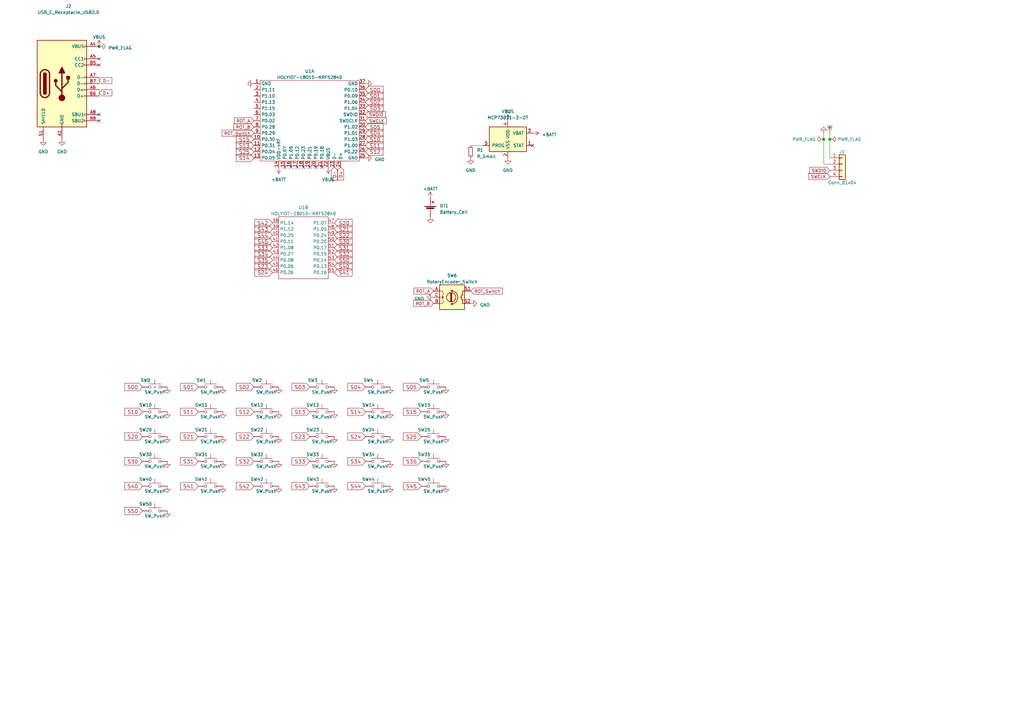
<source format=kicad_sch>
(kicad_sch (version 20210126) (generator eeschema)
  (paper "A3")
  (title_block (date "29 sep 2012"))
  (lib_symbols
    (symbol "Battery_Management:MCP73831-3-OT" (pin_names (offset 1.016))
      (property "Reference" "U" (at -7.62 6.35 0))
      (property "Value" "MCP73831-3-OT" (at 1.27 6.35 0))
      (symbol "MCP73831-3-OT_0_1"
        (rectangle (start -7.62 5.08) (end 7.62 -5.08) (stroke (width 0.254)) (fill (type background)))
      )
      (symbol "MCP73831-3-OT_1_1"
        (pin output line (at 10.16 -2.54 180) (length 2.54) (name "STAT") (number "1"))
        (pin power_in line (at 0 -7.62 90) (length 2.54) (name "VSS") (number "2"))
        (pin power_out line (at 10.16 2.54 180) (length 2.54) (name "VBAT") (number "3"))
        (pin power_in line (at 0 7.62 270) (length 2.54) (name "VDD") (number "4"))
        (pin input line (at -10.16 -2.54 0) (length 2.54) (name "PROG") (number "5"))
      )
    )
    (symbol "Connector:USB_C_Receptacle_USB2.0" (pin_names (offset 1.016))
      (property "Reference" "J" (at -10.16 19.05 0))
      (property "Value" "USB_C_Receptacle_USB2.0" (at 19.05 19.05 0))
      (symbol "USB_C_Receptacle_USB2.0_0_0"
        (rectangle (start -0.254 -17.78) (end 0.254 -16.764))
        (rectangle (start 10.16 -14.986) (end 9.144 -15.494))
        (rectangle (start 10.16 -12.446) (end 9.144 -12.954))
        (rectangle (start 10.16 -4.826) (end 9.144 -5.334))
        (rectangle (start 10.16 -2.286) (end 9.144 -2.794))
        (rectangle (start 10.16 0.254) (end 9.144 -0.254))
        (rectangle (start 10.16 2.794) (end 9.144 2.286))
        (rectangle (start 10.16 7.874) (end 9.144 7.366))
        (rectangle (start 10.16 10.414) (end 9.144 9.906))
        (rectangle (start 10.16 15.494) (end 9.144 14.986))
      )
      (symbol "USB_C_Receptacle_USB2.0_0_1"
        (arc (start -8.89 -3.81) (end -5.08 -3.81) (radius (at -6.985 -3.81) (length 1.905) (angles -179.9 -0.1)) (stroke (width 0.508)))
        (arc (start -7.62 -3.81) (end -6.35 -3.81) (radius (at -6.985 -3.81) (length 0.635) (angles -179.9 -0.1)) (stroke (width 0.254)))
        (arc (start -6.35 3.81) (end -7.62 3.81) (radius (at -6.985 3.81) (length 0.635) (angles 0.1 179.9)) (stroke (width 0.254)))
        (arc (start -5.08 3.81) (end -8.89 3.81) (radius (at -6.985 3.81) (length 1.905) (angles 0.1 179.9)) (stroke (width 0.508)))
        (arc (start -7.62 -3.81) (end -6.35 -3.81) (radius (at -6.985 -3.81) (length 0.635) (angles -179.9 -0.1)) (stroke (width 0.254)) (fill (type outline)))
        (arc (start -6.35 3.81) (end -7.62 3.81) (radius (at -6.985 3.81) (length 0.635) (angles 0.1 179.9)) (stroke (width 0.254)) (fill (type outline)))
        (circle (center -2.54 1.143) (radius 0.635) (stroke (width 0.254)) (fill (type outline)))
        (circle (center 0 -5.842) (radius 1.27) (fill (type outline)))
        (rectangle (start -7.62 -3.81) (end -6.35 3.81) (stroke (width 0.254)) (fill (type outline)))
        (rectangle (start 1.905 1.778) (end 3.175 3.048) (stroke (width 0.254)) (fill (type outline)))
        (rectangle (start -10.16 17.78) (end 10.16 -17.78) (stroke (width 0.254)) (fill (type background)))
        (polyline (pts (xy -8.89 -3.81) (xy -8.89 3.81)) (stroke (width 0.508)))
        (polyline (pts (xy -5.08 3.81) (xy -5.08 -3.81)) (stroke (width 0.508)))
        (polyline (pts (xy 0 -5.842) (xy 0 4.318)) (stroke (width 0.508)))
        (polyline (pts (xy 0 -3.302) (xy -2.54 -0.762) (xy -2.54 0.508)) (stroke (width 0.508)))
        (polyline (pts (xy 0 -2.032) (xy 2.54 0.508) (xy 2.54 1.778)) (stroke (width 0.508)))
        (polyline (pts (xy -1.27 4.318) (xy 0 6.858) (xy 1.27 4.318) (xy -1.27 4.318)) (stroke (width 0.254)) (fill (type outline)))
      )
      (symbol "USB_C_Receptacle_USB2.0_1_1"
        (pin passive line (at 0 -22.86 90) (length 5.08) (name "GND") (number "A1"))
        (pin passive line (at 0 -22.86 90) (length 5.08) hide (name "GND") (number "A12"))
        (pin passive line (at 15.24 15.24 180) (length 5.08) (name "VBUS") (number "A4"))
        (pin bidirectional line (at 15.24 10.16 180) (length 5.08) (name "CC1") (number "A5"))
        (pin bidirectional line (at 15.24 -2.54 180) (length 5.08) (name "D+") (number "A6"))
        (pin bidirectional line (at 15.24 2.54 180) (length 5.08) (name "D-") (number "A7"))
        (pin bidirectional line (at 15.24 -12.7 180) (length 5.08) (name "SBU1") (number "A8"))
        (pin passive line (at 15.24 15.24 180) (length 5.08) hide (name "VBUS") (number "A9"))
        (pin passive line (at 0 -22.86 90) (length 5.08) hide (name "GND") (number "B1"))
        (pin passive line (at 0 -22.86 90) (length 5.08) hide (name "GND") (number "B12"))
        (pin passive line (at 15.24 15.24 180) (length 5.08) hide (name "VBUS") (number "B4"))
        (pin bidirectional line (at 15.24 7.62 180) (length 5.08) (name "CC2") (number "B5"))
        (pin bidirectional line (at 15.24 -5.08 180) (length 5.08) (name "D+") (number "B6"))
        (pin bidirectional line (at 15.24 0 180) (length 5.08) (name "D-") (number "B7"))
        (pin bidirectional line (at 15.24 -15.24 180) (length 5.08) (name "SBU2") (number "B8"))
        (pin passive line (at 15.24 15.24 180) (length 5.08) hide (name "VBUS") (number "B9"))
        (pin passive line (at -7.62 -22.86 90) (length 5.08) (name "SHIELD") (number "S1"))
      )
    )
    (symbol "Connector_Generic:Conn_01x04" (pin_names (offset 1.016) hide)
      (property "Reference" "J" (at 0 5.08 0))
      (property "Value" "Conn_01x04" (at 0 -7.62 0))
      (symbol "Conn_01x04_1_1"
        (rectangle (start -1.27 -4.953) (end 0 -5.207) (stroke (width 0.1524)))
        (rectangle (start -1.27 -2.413) (end 0 -2.667) (stroke (width 0.1524)))
        (rectangle (start -1.27 0.127) (end 0 -0.127) (stroke (width 0.1524)))
        (rectangle (start -1.27 2.667) (end 0 2.413) (stroke (width 0.1524)))
        (rectangle (start -1.27 3.81) (end 1.27 -6.35) (stroke (width 0.254)) (fill (type background)))
        (pin passive line (at -5.08 2.54 0) (length 3.81) (name "Pin_1") (number "1"))
        (pin passive line (at -5.08 0 0) (length 3.81) (name "Pin_2") (number "2"))
        (pin passive line (at -5.08 -2.54 0) (length 3.81) (name "Pin_3") (number "3"))
        (pin passive line (at -5.08 -5.08 0) (length 3.81) (name "Pin_4") (number "4"))
      )
    )
    (symbol "Device:Battery_Cell" (pin_numbers hide) (pin_names (offset 0) hide)
      (property "Reference" "BT" (at 2.54 2.54 0))
      (property "Value" "Battery_Cell" (at 2.54 0 0))
      (symbol "Battery_Cell_0_1"
        (rectangle (start -2.286 1.778) (end 2.286 1.524) (fill (type outline)))
        (rectangle (start -1.5748 1.1938) (end 1.4732 0.6858) (fill (type outline)))
        (polyline (pts (xy 0 0.762) (xy 0 0)))
        (polyline (pts (xy 0 1.778) (xy 0 2.54)))
        (polyline (pts (xy 0.508 3.429) (xy 1.524 3.429)) (stroke (width 0.254)))
        (polyline (pts (xy 1.016 3.937) (xy 1.016 2.921)) (stroke (width 0.254)))
      )
      (symbol "Battery_Cell_1_1"
        (pin passive line (at 0 5.08 270) (length 2.54) (name "+") (number "1"))
        (pin passive line (at 0 -2.54 90) (length 2.54) (name "-") (number "2"))
      )
    )
    (symbol "Device:R_Small" (pin_numbers hide) (pin_names (offset 0.254) hide)
      (property "Reference" "R" (at 0.762 0.508 0))
      (property "Value" "R_Small" (at 0.762 -1.016 0))
      (symbol "R_Small_0_1"
        (rectangle (start -0.762 1.778) (end 0.762 -1.778) (stroke (width 0.2032)))
      )
      (symbol "R_Small_1_1"
        (pin passive line (at 0 2.54 270) (length 0.762) (name "~") (number "1"))
        (pin passive line (at 0 -2.54 90) (length 0.762) (name "~") (number "2"))
      )
    )
    (symbol "Device:RotaryEncoder_Switch" (pin_names (offset 0.254) hide)
      (property "Reference" "SW" (at 0 6.604 0))
      (property "Value" "RotaryEncoder_Switch" (at 0 -6.604 0))
      (symbol "RotaryEncoder_Switch_0_1"
        (arc (start -0.381 -2.794) (end -0.381 2.667) (radius (at -0.381 -0.0508) (length 2.7432) (angles -89.9 89.9)) (stroke (width 0.254)))
        (circle (center -0.381 0) (radius 1.905) (stroke (width 0.254)))
        (circle (center 4.318 -1.016) (radius 0.127) (stroke (width 0.254)))
        (circle (center 4.318 1.016) (radius 0.127) (stroke (width 0.254)))
        (circle (center -3.81 0) (radius 0.254) (fill (type outline)))
        (rectangle (start -5.08 5.08) (end 5.08 -5.08) (stroke (width 0.254)) (fill (type background)))
        (polyline (pts (xy -0.635 -1.778) (xy -0.635 1.778)) (stroke (width 0.254)))
        (polyline (pts (xy -0.381 -1.778) (xy -0.381 1.778)) (stroke (width 0.254)))
        (polyline (pts (xy -0.127 1.778) (xy -0.127 -1.778)) (stroke (width 0.254)))
        (polyline (pts (xy 3.81 0) (xy 3.429 0)) (stroke (width 0.254)))
        (polyline (pts (xy 3.81 1.016) (xy 3.81 -1.016)) (stroke (width 0.254)))
        (polyline (pts (xy -5.08 -2.54) (xy -3.81 -2.54) (xy -3.81 -2.032)))
        (polyline (pts (xy -5.08 2.54) (xy -3.81 2.54) (xy -3.81 2.032)))
        (polyline (pts (xy 0.254 -3.048) (xy -0.508 -2.794) (xy 0.127 -2.413)) (stroke (width 0.254)))
        (polyline (pts (xy 0.254 2.921) (xy -0.508 2.667) (xy 0.127 2.286)) (stroke (width 0.254)))
        (polyline (pts (xy 5.08 -2.54) (xy 4.318 -2.54) (xy 4.318 -1.016)) (stroke (width 0.254)))
        (polyline (pts (xy 5.08 2.54) (xy 4.318 2.54) (xy 4.318 1.016)) (stroke (width 0.254)))
        (polyline (pts (xy -5.08 0) (xy -3.81 0) (xy -3.81 -1.016) (xy -3.302 -2.032)))
        (polyline (pts (xy -4.318 0) (xy -3.81 0) (xy -3.81 1.016) (xy -3.302 2.032)))
      )
      (symbol "RotaryEncoder_Switch_1_1"
        (pin passive line (at -7.62 2.54 0) (length 2.54) (name "A") (number "A"))
        (pin passive line (at -7.62 -2.54 0) (length 2.54) (name "B") (number "B"))
        (pin passive line (at -7.62 0 0) (length 2.54) (name "C") (number "C"))
        (pin passive line (at 7.62 2.54 180) (length 2.54) (name "S1") (number "S1"))
        (pin passive line (at 7.62 -2.54 180) (length 2.54) (name "S2") (number "S2"))
      )
    )
    (symbol "Switch:SW_Push" (pin_numbers hide) (pin_names (offset 1.016) hide)
      (property "Reference" "SW" (at 1.27 2.54 0))
      (property "Value" "SW_Push" (at 0 -1.524 0))
      (symbol "SW_Push_0_1"
        (circle (center -2.032 0) (radius 0.508))
        (circle (center 2.032 0) (radius 0.508))
        (polyline (pts (xy 0 1.27) (xy 0 3.048)))
        (polyline (pts (xy 2.54 1.27) (xy -2.54 1.27)))
        (pin passive line (at -5.08 0 0) (length 2.54) (name "1") (number "1"))
        (pin passive line (at 5.08 0 180) (length 2.54) (name "2") (number "2"))
      )
    )
    (symbol "blackwing:HOLYIOT-18010-NRF52840_1"
      (property "Reference" "U" (at 0 0 0))
      (property "Value" "HOLYIOT-18010-NRF52840" (at 0 0 0))
      (symbol "HOLYIOT-18010-NRF52840_1_1_1"
        (rectangle (start -20.32 -2.54) (end 20.32 -35.56) (stroke (width 0.1524)))
        (pin power_in line (at -22.86 -3.81 0) (length 2.54) (name "GND") (number "1"))
        (pin bidirectional line (at -22.86 -26.67 0) (length 2.54) (name "P0.30") (number "10"))
        (pin bidirectional line (at -22.86 -29.21 0) (length 2.54) (name "P0.31") (number "11"))
        (pin bidirectional line (at -22.86 -31.75 0) (length 2.54) (name "P0.04") (number "12"))
        (pin bidirectional line (at -22.86 -34.29 0) (length 2.54) (name "P0.05") (number "13"))
        (pin power_in line (at -12.7 -38.1 90) (length 2.54) (name "VDD-nRF") (number "14"))
        (pin bidirectional line (at -10.16 -38.1 90) (length 2.54) (name "P0.07") (number "15"))
        (pin bidirectional line (at -7.62 -38.1 90) (length 2.54) (name "P1.09") (number "16"))
        (pin bidirectional line (at -5.08 -38.1 90) (length 2.54) (name "P0.12") (number "17"))
        (pin bidirectional line (at -2.54 -38.1 90) (length 2.54) (name "P0.23") (number "18"))
        (pin bidirectional line (at 0 -38.1 90) (length 2.54) (name "P0.21") (number "19"))
        (pin bidirectional line (at -22.86 -6.35 0) (length 2.54) (name "P1.11") (number "2"))
        (pin bidirectional line (at 2.54 -38.1 90) (length 2.54) (name "P0.19") (number "20"))
        (pin bidirectional line (at 5.08 -38.1 90) (length 2.54) (name "P0.18") (number "21"))
        (pin power_in line (at 7.62 -38.1 90) (length 2.54) (name "VBUS") (number "22"))
        (pin bidirectional line (at 10.16 -38.1 90) (length 2.54) (name "D-") (number "23"))
        (pin bidirectional line (at 12.7 -38.1 90) (length 2.54) (name "D+") (number "24"))
        (pin power_in line (at 22.86 -3.81 180) (length 2.54) (name "GND") (number "25"))
        (pin bidirectional line (at 22.86 -6.35 180) (length 2.54) (name "P0.22") (number "26"))
        (pin bidirectional line (at 22.86 -8.89 180) (length 2.54) (name "P1.00") (number "27"))
        (pin bidirectional line (at 22.86 -11.43 180) (length 2.54) (name "P1.03") (number "28"))
        (pin bidirectional line (at 22.86 -13.97 180) (length 2.54) (name "P1.01") (number "29"))
        (pin bidirectional line (at -22.86 -8.89 0) (length 2.54) (name "P1.10") (number "3"))
        (pin bidirectional line (at 22.86 -16.51 180) (length 2.54) (name "P1.02") (number "30"))
        (pin bidirectional line (at 22.86 -19.05 180) (length 2.54) (name "SWDCLK") (number "31"))
        (pin bidirectional line (at 22.86 -21.59 180) (length 2.54) (name "SWDIO") (number "32"))
        (pin bidirectional line (at 22.86 -24.13 180) (length 2.54) (name "P1.04") (number "33"))
        (pin bidirectional line (at 22.86 -26.67 180) (length 2.54) (name "P1.06") (number "34"))
        (pin bidirectional line (at 22.86 -29.21 180) (length 2.54) (name "P0.09") (number "35"))
        (pin bidirectional line (at 22.86 -31.75 180) (length 2.54) (name "P0.10") (number "36"))
        (pin power_in line (at 22.86 -34.29 180) (length 2.54) (name "GND") (number "37"))
        (pin bidirectional line (at -22.86 -11.43 0) (length 2.54) (name "P1.13") (number "4"))
        (pin bidirectional line (at -22.86 -13.97 0) (length 2.54) (name "P1.15") (number "5"))
        (pin bidirectional line (at -22.86 -16.51 0) (length 2.54) (name "P0.03") (number "6"))
        (pin bidirectional line (at -22.86 -19.05 0) (length 2.54) (name "P0.02") (number "7"))
        (pin bidirectional line (at -22.86 -21.59 0) (length 2.54) (name "P0.28") (number "8"))
        (pin bidirectional line (at -22.86 -24.13 0) (length 2.54) (name "P0.29") (number "9"))
      )
      (symbol "HOLYIOT-18010-NRF52840_1_2_1"
        (rectangle (start 10.16 -27.94) (end -10.16 -2.54) (stroke (width 0.1524)))
        (pin bidirectional line (at -12.7 -5.08 0) (length 2.54) (name "P1.14") (number "38"))
        (pin bidirectional line (at -12.7 -7.62 0) (length 2.54) (name "P1.12") (number "39"))
        (pin bidirectional line (at -12.7 -10.16 0) (length 2.54) (name "P0.25") (number "40"))
        (pin bidirectional line (at -12.7 -12.7 0) (length 2.54) (name "P0.11") (number "41"))
        (pin bidirectional line (at -12.7 -15.24 0) (length 2.54) (name "P1.08") (number "42"))
        (pin bidirectional line (at -12.7 -17.78 0) (length 2.54) (name "P0.27") (number "43"))
        (pin bidirectional line (at -12.7 -20.32 0) (length 2.54) (name "P0.08") (number "44"))
        (pin bidirectional line (at -12.7 -22.86 0) (length 2.54) (name "P0.06") (number "45"))
        (pin bidirectional line (at -12.7 -25.4 0) (length 2.54) (name "P0.26") (number "46"))
        (pin bidirectional line (at 12.7 -5.08 180) (length 2.54) (name "P1.07") (number "47"))
        (pin bidirectional line (at 12.7 -7.62 180) (length 2.54) (name "P1.05") (number "48"))
        (pin bidirectional line (at 12.7 -10.16 180) (length 2.54) (name "P0.24") (number "49"))
        (pin bidirectional line (at 12.7 -12.7 180) (length 2.54) (name "P0.20") (number "50"))
        (pin bidirectional line (at 12.7 -15.24 180) (length 2.54) (name "P0.17") (number "51"))
        (pin bidirectional line (at 12.7 -17.78 180) (length 2.54) (name "P0.15") (number "52"))
        (pin bidirectional line (at 12.7 -20.32 180) (length 2.54) (name "P0.14") (number "53"))
        (pin bidirectional line (at 12.7 -22.86 180) (length 2.54) (name "P0.13") (number "54"))
        (pin bidirectional line (at 12.7 -25.4 180) (length 2.54) (name "P0.16") (number "55"))
      )
    )
    (symbol "blackwing:HOLYIOT-18010-NRF52840_2"
      (property "Reference" "U1" (at 0 1.27 0))
      (property "Value" "HOLYIOT-18010-NRF52840" (at 0 -1.27 0))
      (symbol "HOLYIOT-18010-NRF52840_2_1_1"
        (rectangle (start -20.32 -2.54) (end 20.32 -35.56) (stroke (width 0.1524)))
        (pin power_in line (at -22.86 -3.81 0) (length 2.54) (name "GND") (number "1"))
        (pin bidirectional line (at -22.86 -26.67 0) (length 2.54) (name "P0.30") (number "10"))
        (pin bidirectional line (at -22.86 -29.21 0) (length 2.54) (name "P0.31") (number "11"))
        (pin bidirectional line (at -22.86 -31.75 0) (length 2.54) (name "P0.04") (number "12"))
        (pin bidirectional line (at -22.86 -34.29 0) (length 2.54) (name "P0.05") (number "13"))
        (pin power_in line (at -12.7 -38.1 90) (length 2.54) (name "VDD-nRF") (number "14"))
        (pin bidirectional line (at -10.16 -38.1 90) (length 2.54) (name "P0.07") (number "15"))
        (pin bidirectional line (at -7.62 -38.1 90) (length 2.54) (name "P1.09") (number "16"))
        (pin bidirectional line (at -5.08 -38.1 90) (length 2.54) (name "P0.12") (number "17"))
        (pin bidirectional line (at -2.54 -38.1 90) (length 2.54) (name "P0.23") (number "18"))
        (pin bidirectional line (at 0 -38.1 90) (length 2.54) (name "P0.21") (number "19"))
        (pin bidirectional line (at -22.86 -6.35 0) (length 2.54) (name "P1.11") (number "2"))
        (pin bidirectional line (at 2.54 -38.1 90) (length 2.54) (name "P0.19") (number "20"))
        (pin bidirectional line (at 5.08 -38.1 90) (length 2.54) (name "P0.18") (number "21"))
        (pin power_in line (at 7.62 -38.1 90) (length 2.54) (name "VBUS") (number "22"))
        (pin bidirectional line (at 10.16 -38.1 90) (length 2.54) (name "D-") (number "23"))
        (pin bidirectional line (at 12.7 -38.1 90) (length 2.54) (name "D+") (number "24"))
        (pin power_in line (at 22.86 -34.29 180) (length 2.54) (name "GND") (number "25"))
        (pin bidirectional line (at 22.86 -31.75 180) (length 2.54) (name "P0.22") (number "26"))
        (pin bidirectional line (at 22.86 -29.21 180) (length 2.54) (name "P1.00") (number "27"))
        (pin bidirectional line (at 22.86 -26.67 180) (length 2.54) (name "P1.03") (number "28"))
        (pin bidirectional line (at 22.86 -24.13 180) (length 2.54) (name "P1.01") (number "29"))
        (pin bidirectional line (at -22.86 -8.89 0) (length 2.54) (name "P1.10") (number "3"))
        (pin bidirectional line (at 22.86 -21.59 180) (length 2.54) (name "P1.02") (number "30"))
        (pin bidirectional line (at 22.86 -19.05 180) (length 2.54) (name "SWDCLK") (number "31"))
        (pin bidirectional line (at 22.86 -16.51 180) (length 2.54) (name "SWDIO") (number "32"))
        (pin bidirectional line (at 22.86 -13.97 180) (length 2.54) (name "P1.04") (number "33"))
        (pin bidirectional line (at 22.86 -11.43 180) (length 2.54) (name "P1.06") (number "34"))
        (pin bidirectional line (at 22.86 -8.89 180) (length 2.54) (name "P0.09") (number "35"))
        (pin bidirectional line (at 22.86 -6.35 180) (length 2.54) (name "P0.10") (number "36"))
        (pin power_in line (at 22.86 -3.81 180) (length 2.54) (name "GND") (number "37"))
        (pin bidirectional line (at -22.86 -11.43 0) (length 2.54) (name "P1.13") (number "4"))
        (pin bidirectional line (at -22.86 -13.97 0) (length 2.54) (name "P1.15") (number "5"))
        (pin bidirectional line (at -22.86 -16.51 0) (length 2.54) (name "P0.03") (number "6"))
        (pin bidirectional line (at -22.86 -19.05 0) (length 2.54) (name "P0.02") (number "7"))
        (pin bidirectional line (at -22.86 -21.59 0) (length 2.54) (name "P0.28") (number "8"))
        (pin bidirectional line (at -22.86 -24.13 0) (length 2.54) (name "P0.29") (number "9"))
      )
      (symbol "HOLYIOT-18010-NRF52840_2_2_1"
        (rectangle (start 10.16 -27.94) (end -10.16 -2.54) (stroke (width 0.1524)))
        (pin bidirectional line (at -12.7 -5.08 0) (length 2.54) (name "P1.14") (number "38"))
        (pin bidirectional line (at -12.7 -7.62 0) (length 2.54) (name "P1.12") (number "39"))
        (pin bidirectional line (at -12.7 -10.16 0) (length 2.54) (name "P0.25") (number "40"))
        (pin bidirectional line (at -12.7 -12.7 0) (length 2.54) (name "P0.11") (number "41"))
        (pin bidirectional line (at -12.7 -15.24 0) (length 2.54) (name "P1.08") (number "42"))
        (pin bidirectional line (at -12.7 -17.78 0) (length 2.54) (name "P0.27") (number "43"))
        (pin bidirectional line (at -12.7 -20.32 0) (length 2.54) (name "P0.08") (number "44"))
        (pin bidirectional line (at -12.7 -22.86 0) (length 2.54) (name "P0.06") (number "45"))
        (pin bidirectional line (at -12.7 -25.4 0) (length 2.54) (name "P0.26") (number "46"))
        (pin bidirectional line (at 12.7 -5.08 180) (length 2.54) (name "P1.07") (number "47"))
        (pin bidirectional line (at 12.7 -7.62 180) (length 2.54) (name "P1.05") (number "48"))
        (pin bidirectional line (at 12.7 -10.16 180) (length 2.54) (name "P0.24") (number "49"))
        (pin bidirectional line (at 12.7 -12.7 180) (length 2.54) (name "P0.20") (number "50"))
        (pin bidirectional line (at 12.7 -15.24 180) (length 2.54) (name "P0.17") (number "51"))
        (pin bidirectional line (at 12.7 -17.78 180) (length 2.54) (name "P0.15") (number "52"))
        (pin bidirectional line (at 12.7 -20.32 180) (length 2.54) (name "P0.14") (number "53"))
        (pin bidirectional line (at 12.7 -22.86 180) (length 2.54) (name "P0.13") (number "54"))
        (pin bidirectional line (at 12.7 -25.4 180) (length 2.54) (name "P0.16") (number "55"))
      )
    )
    (symbol "power:+BATT" (power) (pin_names (offset 0))
      (property "Value" "+BATT" (at 0 3.556 0))
      (symbol "+BATT_0_1"
        (polyline (pts (xy -0.762 1.27) (xy 0 2.54)))
        (polyline (pts (xy 0 0) (xy 0 2.54)))
        (polyline (pts (xy 0 2.54) (xy 0.762 1.27)))
      )
      (symbol "+BATT_1_1"
        (pin power_in line (at 0 0 90) (length 0) hide (name "+BATT") (number "1"))
      )
    )
    (symbol "power:GND" (power) (pin_names (offset 0))
      (property "Value" "GND" (at 0 -3.81 0))
      (symbol "GND_0_1"
        (polyline (pts (xy 0 0) (xy 0 -1.27) (xy 1.27 -1.27) (xy 0 -2.54) (xy -1.27 -1.27) (xy 0 -1.27)))
      )
      (symbol "GND_1_1"
        (pin power_in line (at 0 0 270) (length 0) hide (name "GND") (number "1"))
      )
    )
    (symbol "power:PWR_FLAG" (power) (pin_numbers hide) (pin_names (offset 0) hide)
      (property "Value" "PWR_FLAG" (at 0 3.81 0))
      (symbol "PWR_FLAG_0_0"
        (pin power_out line (at 0 0 90) (length 0) (name "pwr") (number "1"))
      )
      (symbol "PWR_FLAG_0_1"
        (polyline (pts (xy 0 0) (xy 0 1.27) (xy -1.016 1.905) (xy 0 2.54) (xy 1.016 1.905) (xy 0 1.27)))
      )
    )
    (symbol "power:VBUS" (power) (pin_names (offset 0))
      (property "Value" "VBUS" (at 0 3.81 0))
      (symbol "VBUS_0_1"
        (polyline (pts (xy -0.762 1.27) (xy 0 2.54)))
        (polyline (pts (xy 0 0) (xy 0 2.54)))
        (polyline (pts (xy 0 2.54) (xy 0.762 1.27)))
      )
      (symbol "VBUS_1_1"
        (pin power_in line (at 0 0 90) (length 0) hide (name "VBUS") (number "1"))
      )
    )
    (symbol "power:VCC" (power) (pin_names (offset 0))
      (property "Value" "VCC" (at 0 3.81 0))
      (symbol "VCC_0_1"
        (polyline (pts (xy -0.762 1.27) (xy 0 2.54)))
        (polyline (pts (xy 0 0) (xy 0 2.54)))
        (polyline (pts (xy 0 2.54) (xy 0.762 1.27)))
      )
      (symbol "VCC_1_1"
        (pin power_in line (at 0 0 90) (length 0) hide (name "VCC") (number "1"))
      )
    )
  )
  (junction (at 40.64 19.05) (diameter 1.016))
  (junction (at 337.82 57.15) (diameter 1.016))
  (junction (at 340.36 57.15) (diameter 1.016))
  (no_connect (at 40.64 24.13))
  (no_connect (at 40.64 26.67))
  (no_connect (at 40.64 46.99))
  (no_connect (at 40.64 49.53))
  (no_connect (at 116.84 68.58))
  (no_connect (at 119.38 68.58))
  (no_connect (at 121.92 68.58))
  (no_connect (at 124.46 68.58))
  (no_connect (at 127 68.58))
  (no_connect (at 129.54 68.58))
  (no_connect (at 132.08 68.58))
  (no_connect (at 218.44 59.69))
  (wire (pts (xy 40.64 31.75) (xy 40.64 34.29)))
  (wire (pts (xy 40.64 36.83) (xy 40.64 39.37)))
  (wire (pts (xy 193.04 59.69) (xy 198.12 59.69)))
  (wire (pts (xy 337.82 54.61) (xy 337.82 57.15)))
  (wire (pts (xy 337.82 57.15) (xy 337.82 67.31)))
  (wire (pts (xy 337.82 67.31) (xy 340.36 67.31)))
  (wire (pts (xy 340.36 54.61) (xy 340.36 57.15)))
  (wire (pts (xy 340.36 57.15) (xy 340.36 64.77)))
  (global_label "D-" (shape input) (at 40.64 33.02 0) (property "Intersheet References" "${INTERSHEET_REFS}" (effects hide)))
  (global_label "D+" (shape input) (at 40.64 38.1 0) (property "Intersheet References" "${INTERSHEET_REFS}" (effects hide)))
  (global_label "S00" (shape input) (at 58.42 158.75 180) (effects (font (size 1.524 1.524))) (property "Intersheet References" "${INTERSHEET_REFS}" (effects hide)))
  (global_label "S10" (shape input) (at 58.42 168.91 180) (effects (font (size 1.524 1.524))) (property "Intersheet References" "${INTERSHEET_REFS}" (effects hide)))
  (global_label "S20" (shape input) (at 58.42 179.07 180) (effects (font (size 1.524 1.524))) (property "Intersheet References" "${INTERSHEET_REFS}" (effects hide)))
  (global_label "S30" (shape input) (at 58.42 189.23 180) (effects (font (size 1.524 1.524))) (property "Intersheet References" "${INTERSHEET_REFS}" (effects hide)))
  (global_label "S40" (shape input) (at 58.42 199.39 180) (effects (font (size 1.524 1.524))) (property "Intersheet References" "${INTERSHEET_REFS}" (effects hide)))
  (global_label "S50" (shape input) (at 58.42 209.55 180) (effects (font (size 1.524 1.524))) (property "Intersheet References" "${INTERSHEET_REFS}" (effects hide)))
  (global_label "S01" (shape input) (at 81.28 158.75 180) (effects (font (size 1.524 1.524))) (property "Intersheet References" "${INTERSHEET_REFS}" (effects hide)))
  (global_label "S11" (shape input) (at 81.28 168.91 180) (effects (font (size 1.524 1.524))) (property "Intersheet References" "${INTERSHEET_REFS}" (effects hide)))
  (global_label "S21" (shape input) (at 81.28 179.07 180) (effects (font (size 1.524 1.524))) (property "Intersheet References" "${INTERSHEET_REFS}" (effects hide)))
  (global_label "S31" (shape input) (at 81.28 189.23 180) (effects (font (size 1.524 1.524))) (property "Intersheet References" "${INTERSHEET_REFS}" (effects hide)))
  (global_label "S41" (shape input) (at 81.28 199.39 180) (effects (font (size 1.524 1.524))) (property "Intersheet References" "${INTERSHEET_REFS}" (effects hide)))
  (global_label "ROT_A" (shape input) (at 104.14 49.53 180) (property "Intersheet References" "${INTERSHEET_REFS}" (effects hide)))
  (global_label "ROT_B" (shape input) (at 104.14 52.07 180) (property "Intersheet References" "${INTERSHEET_REFS}" (effects hide)))
  (global_label "ROT_Switch" (shape input) (at 104.14 54.61 180) (property "Intersheet References" "${INTERSHEET_REFS}" (effects hide)))
  (global_label "S15" (shape input) (at 104.14 57.15 180) (effects (font (size 1.524 1.524))) (property "Intersheet References" "${INTERSHEET_REFS}" (effects hide)))
  (global_label "S13" (shape input) (at 104.14 59.69 180) (effects (font (size 1.524 1.524))) (property "Intersheet References" "${INTERSHEET_REFS}" (effects hide)))
  (global_label "S25" (shape input) (at 104.14 62.23 180) (effects (font (size 1.524 1.524))) (property "Intersheet References" "${INTERSHEET_REFS}" (effects hide)))
  (global_label "S14" (shape input) (at 104.14 64.77 180) (effects (font (size 1.524 1.524))) (property "Intersheet References" "${INTERSHEET_REFS}" (effects hide)))
  (global_label "S02" (shape input) (at 104.14 158.75 180) (effects (font (size 1.524 1.524))) (property "Intersheet References" "${INTERSHEET_REFS}" (effects hide)))
  (global_label "S12" (shape input) (at 104.14 168.91 180) (effects (font (size 1.524 1.524))) (property "Intersheet References" "${INTERSHEET_REFS}" (effects hide)))
  (global_label "S22" (shape input) (at 104.14 179.07 180) (effects (font (size 1.524 1.524))) (property "Intersheet References" "${INTERSHEET_REFS}" (effects hide)))
  (global_label "S32" (shape input) (at 104.14 189.23 180) (effects (font (size 1.524 1.524))) (property "Intersheet References" "${INTERSHEET_REFS}" (effects hide)))
  (global_label "S42" (shape input) (at 104.14 199.39 180) (effects (font (size 1.524 1.524))) (property "Intersheet References" "${INTERSHEET_REFS}" (effects hide)))
  (global_label "S42" (shape input) (at 111.76 91.44 180) (effects (font (size 1.524 1.524))) (property "Intersheet References" "${INTERSHEET_REFS}" (effects hide)))
  (global_label "S43" (shape input) (at 111.76 93.98 180) (effects (font (size 1.524 1.524))) (property "Intersheet References" "${INTERSHEET_REFS}" (effects hide)))
  (global_label "S44" (shape input) (at 111.76 96.52 180) (effects (font (size 1.524 1.524))) (property "Intersheet References" "${INTERSHEET_REFS}" (effects hide)))
  (global_label "S45" (shape input) (at 111.76 99.06 180) (effects (font (size 1.524 1.524))) (property "Intersheet References" "${INTERSHEET_REFS}" (effects hide)))
  (global_label "S33" (shape input) (at 111.76 101.6 180) (effects (font (size 1.524 1.524))) (property "Intersheet References" "${INTERSHEET_REFS}" (effects hide)))
  (global_label "S34" (shape input) (at 111.76 104.14 180) (effects (font (size 1.524 1.524))) (property "Intersheet References" "${INTERSHEET_REFS}" (effects hide)))
  (global_label "S35" (shape input) (at 111.76 106.68 180) (effects (font (size 1.524 1.524))) (property "Intersheet References" "${INTERSHEET_REFS}" (effects hide)))
  (global_label "S23" (shape input) (at 111.76 109.22 180) (effects (font (size 1.524 1.524))) (property "Intersheet References" "${INTERSHEET_REFS}" (effects hide)))
  (global_label "S24" (shape input) (at 111.76 111.76 180) (effects (font (size 1.524 1.524))) (property "Intersheet References" "${INTERSHEET_REFS}" (effects hide)))
  (global_label "S03" (shape input) (at 127 158.75 180) (effects (font (size 1.524 1.524))) (property "Intersheet References" "${INTERSHEET_REFS}" (effects hide)))
  (global_label "S13" (shape input) (at 127 168.91 180) (effects (font (size 1.524 1.524))) (property "Intersheet References" "${INTERSHEET_REFS}" (effects hide)))
  (global_label "S23" (shape input) (at 127 179.07 180) (effects (font (size 1.524 1.524))) (property "Intersheet References" "${INTERSHEET_REFS}" (effects hide)))
  (global_label "S33" (shape input) (at 127 189.23 180) (effects (font (size 1.524 1.524))) (property "Intersheet References" "${INTERSHEET_REFS}" (effects hide)))
  (global_label "S43" (shape input) (at 127 199.39 180) (effects (font (size 1.524 1.524))) (property "Intersheet References" "${INTERSHEET_REFS}" (effects hide)))
  (global_label "D-" (shape input) (at 137.16 68.58 270) (property "Intersheet References" "${INTERSHEET_REFS}" (effects hide)))
  (global_label "S20" (shape input) (at 137.16 91.44 0) (effects (font (size 1.524 1.524))) (property "Intersheet References" "${INTERSHEET_REFS}" (effects hide)))
  (global_label "S21" (shape input) (at 137.16 93.98 0) (effects (font (size 1.524 1.524))) (property "Intersheet References" "${INTERSHEET_REFS}" (effects hide)))
  (global_label "S22" (shape input) (at 137.16 96.52 0) (effects (font (size 1.524 1.524))) (property "Intersheet References" "${INTERSHEET_REFS}" (effects hide)))
  (global_label "S30" (shape input) (at 137.16 99.06 0) (effects (font (size 1.524 1.524))) (property "Intersheet References" "${INTERSHEET_REFS}" (effects hide)))
  (global_label "S31" (shape input) (at 137.16 101.6 0) (effects (font (size 1.524 1.524))) (property "Intersheet References" "${INTERSHEET_REFS}" (effects hide)))
  (global_label "S32" (shape input) (at 137.16 104.14 0) (effects (font (size 1.524 1.524))) (property "Intersheet References" "${INTERSHEET_REFS}" (effects hide)))
  (global_label "S50" (shape input) (at 137.16 106.68 0) (effects (font (size 1.524 1.524))) (property "Intersheet References" "${INTERSHEET_REFS}" (effects hide)))
  (global_label "S40" (shape input) (at 137.16 109.22 0) (effects (font (size 1.524 1.524))) (property "Intersheet References" "${INTERSHEET_REFS}" (effects hide)))
  (global_label "S41" (shape input) (at 137.16 111.76 0) (effects (font (size 1.524 1.524))) (property "Intersheet References" "${INTERSHEET_REFS}" (effects hide)))
  (global_label "D+" (shape input) (at 139.7 68.58 270) (property "Intersheet References" "${INTERSHEET_REFS}" (effects hide)))
  (global_label "S00" (shape input) (at 149.86 36.83 0) (effects (font (size 1.524 1.524))) (property "Intersheet References" "${INTERSHEET_REFS}" (effects hide)))
  (global_label "S01" (shape input) (at 149.86 39.37 0) (effects (font (size 1.524 1.524))) (property "Intersheet References" "${INTERSHEET_REFS}" (effects hide)))
  (global_label "S02" (shape input) (at 149.86 41.91 0) (effects (font (size 1.524 1.524))) (property "Intersheet References" "${INTERSHEET_REFS}" (effects hide)))
  (global_label "S03" (shape input) (at 149.86 44.45 0) (effects (font (size 1.524 1.524))) (property "Intersheet References" "${INTERSHEET_REFS}" (effects hide)))
  (global_label "SWDIO" (shape input) (at 149.86 46.99 0) (property "Intersheet References" "${INTERSHEET_REFS}" (effects hide)))
  (global_label "SWCLK" (shape input) (at 149.86 49.53 0) (property "Intersheet References" "${INTERSHEET_REFS}" (effects hide)))
  (global_label "S05" (shape input) (at 149.86 52.07 0) (effects (font (size 1.524 1.524))) (property "Intersheet References" "${INTERSHEET_REFS}" (effects hide)))
  (global_label "S04" (shape input) (at 149.86 54.61 0) (effects (font (size 1.524 1.524))) (property "Intersheet References" "${INTERSHEET_REFS}" (effects hide)))
  (global_label "S10" (shape input) (at 149.86 57.15 0) (effects (font (size 1.524 1.524))) (property "Intersheet References" "${INTERSHEET_REFS}" (effects hide)))
  (global_label "S11" (shape input) (at 149.86 59.69 0) (effects (font (size 1.524 1.524))) (property "Intersheet References" "${INTERSHEET_REFS}" (effects hide)))
  (global_label "S12" (shape input) (at 149.86 62.23 0) (effects (font (size 1.524 1.524))) (property "Intersheet References" "${INTERSHEET_REFS}" (effects hide)))
  (global_label "S04" (shape input) (at 149.86 158.75 180) (effects (font (size 1.524 1.524))) (property "Intersheet References" "${INTERSHEET_REFS}" (effects hide)))
  (global_label "S14" (shape input) (at 149.86 168.91 180) (effects (font (size 1.524 1.524))) (property "Intersheet References" "${INTERSHEET_REFS}" (effects hide)))
  (global_label "S24" (shape input) (at 149.86 179.07 180) (effects (font (size 1.524 1.524))) (property "Intersheet References" "${INTERSHEET_REFS}" (effects hide)))
  (global_label "S34" (shape input) (at 149.86 189.23 180) (effects (font (size 1.524 1.524))) (property "Intersheet References" "${INTERSHEET_REFS}" (effects hide)))
  (global_label "S44" (shape input) (at 149.86 199.39 180) (effects (font (size 1.524 1.524))) (property "Intersheet References" "${INTERSHEET_REFS}" (effects hide)))
  (global_label "S05" (shape input) (at 172.72 158.75 180) (effects (font (size 1.524 1.524))) (property "Intersheet References" "${INTERSHEET_REFS}" (effects hide)))
  (global_label "S15" (shape input) (at 172.72 168.91 180) (effects (font (size 1.524 1.524))) (property "Intersheet References" "${INTERSHEET_REFS}" (effects hide)))
  (global_label "S25" (shape input) (at 172.72 179.07 180) (effects (font (size 1.524 1.524))) (property "Intersheet References" "${INTERSHEET_REFS}" (effects hide)))
  (global_label "S35" (shape input) (at 172.72 189.23 180) (effects (font (size 1.524 1.524))) (property "Intersheet References" "${INTERSHEET_REFS}" (effects hide)))
  (global_label "S45" (shape input) (at 172.72 199.39 180) (effects (font (size 1.524 1.524))) (property "Intersheet References" "${INTERSHEET_REFS}" (effects hide)))
  (global_label "ROT_A" (shape input) (at 177.8 119.38 180) (property "Intersheet References" "${INTERSHEET_REFS}" (effects hide)))
  (global_label "ROT_B" (shape input) (at 177.8 124.46 180) (property "Intersheet References" "${INTERSHEET_REFS}" (effects hide)))
  (global_label "ROT_Switch" (shape input) (at 193.04 119.38 0) (property "Intersheet References" "${INTERSHEET_REFS}" (effects hide)))
  (global_label "SWDIO" (shape input) (at 340.36 69.85 180) (property "Intersheet References" "${INTERSHEET_REFS}" (effects hide)))
  (global_label "SWCLK" (shape input) (at 340.36 72.39 180) (property "Intersheet References" "${INTERSHEET_REFS}" (effects hide)))
  (symbol (lib_id "power:VBUS") (at 40.64 19.05 0) (unit 1)
    (property "Reference" "#PWR0102" (effects hide))
    (property "Value" "VBUS" (at 40.64 15.24 0))
  )
  (symbol (lib_id "power:+BATT") (at 114.3 68.58 180) (unit 1)
    (property "Reference" "#PWR0104" (effects hide))
    (property "Value" "+BATT" (at 114.3 73.66 0))
  )
  (symbol (lib_id "power:VBUS") (at 134.62 68.58 180) (unit 1)
    (property "Reference" "#PWR0107" (effects hide))
    (property "Value" "VBUS" (at 134.62 73.66 0))
  )
  (symbol (lib_id "power:+BATT") (at 176.53 81.28 0) (unit 1)
    (property "Reference" "#PWR0109" (effects hide))
    (property "Value" "+BATT" (at 176.53 77.47 0))
  )
  (symbol (lib_id "power:VBUS") (at 208.28 49.53 0) (unit 1)
    (property "Reference" "#PWR0110" (effects hide))
    (property "Value" "VBUS" (at 208.28 45.72 0))
  )
  (symbol (lib_id "power:+BATT") (at 218.44 54.61 270) (unit 1)
    (property "Reference" "#PWR0111" (effects hide))
    (property "Value" "+BATT" (at 222.25 55.2449 90) (effects (justify left)))
  )
  (symbol (lib_id "power:VCC") (at 340.36 54.61 0) (mirror y) (unit 1)
    (property "Reference" "#PWR06" (effects hide))
    (property "Value" "VCC" (at 340.36 52.07 0) (effects (font (size 0.762 0.762))))
  )
  (symbol (lib_id "power:PWR_FLAG") (at 40.64 19.05 270) (unit 1)
    (property "Reference" "#FLG0103" (effects hide))
    (property "Value" "PWR_FLAG" (at 44.45 19.6849 90) (effects (justify left)))
  )
  (symbol (lib_id "power:PWR_FLAG") (at 337.82 57.15 90) (unit 1)
    (property "Reference" "#FLG0102" (effects hide))
    (property "Value" "PWR_FLAG" (at 334.5688 57.15 90) (effects (justify left)))
  )
  (symbol (lib_id "power:PWR_FLAG") (at 340.36 57.15 270) (unit 1)
    (property "Reference" "#FLG0101" (effects hide))
    (property "Value" "PWR_FLAG" (at 343.6112 57.15 90) (effects (justify left)))
  )
  (symbol (lib_id "power:GND") (at 17.78 57.15 0) (unit 1)
    (property "Reference" "#PWR0106" (effects hide))
    (property "Value" "GND" (at 17.78 62.23 0))
  )
  (symbol (lib_id "power:GND") (at 25.4 57.15 0) (unit 1)
    (property "Reference" "#PWR0101" (effects hide))
    (property "Value" "GND" (at 25.4 62.23 0))
  )
  (symbol (lib_id "power:GND") (at 68.58 158.75 0) (unit 1)
    (property "Reference" "#PWR09" (effects hide))
    (property "Value" "GND" (effects hide))
  )
  (symbol (lib_id "power:GND") (at 68.58 168.91 0) (unit 1)
    (property "Reference" "#PWR020" (effects hide))
    (property "Value" "GND" (effects hide))
  )
  (symbol (lib_id "power:GND") (at 68.58 179.07 0) (unit 1)
    (property "Reference" "#PWR021" (effects hide))
    (property "Value" "GND" (effects hide))
  )
  (symbol (lib_id "power:GND") (at 68.58 189.23 0) (unit 1)
    (property "Reference" "#PWR032" (effects hide))
    (property "Value" "GND" (effects hide))
  )
  (symbol (lib_id "power:GND") (at 68.58 199.39 0) (unit 1)
    (property "Reference" "#PWR033" (effects hide))
    (property "Value" "GND" (effects hide))
  )
  (symbol (lib_id "power:GND") (at 68.58 209.55 0) (unit 1)
    (property "Reference" "#PWR039" (effects hide))
    (property "Value" "GND" (effects hide))
  )
  (symbol (lib_id "power:GND") (at 91.44 158.75 0) (unit 1)
    (property "Reference" "#PWR010" (effects hide))
    (property "Value" "GND" (effects hide))
  )
  (symbol (lib_id "power:GND") (at 91.44 168.91 0) (unit 1)
    (property "Reference" "#PWR019" (effects hide))
    (property "Value" "GND" (effects hide))
  )
  (symbol (lib_id "power:GND") (at 91.44 179.07 0) (unit 1)
    (property "Reference" "#PWR022" (effects hide))
    (property "Value" "GND" (effects hide))
  )
  (symbol (lib_id "power:GND") (at 91.44 189.23 0) (unit 1)
    (property "Reference" "#PWR031" (effects hide))
    (property "Value" "GND" (effects hide))
  )
  (symbol (lib_id "power:GND") (at 91.44 199.39 0) (unit 1)
    (property "Reference" "#PWR034" (effects hide))
    (property "Value" "GND" (effects hide))
  )
  (symbol (lib_id "power:GND") (at 104.14 34.29 270) (unit 1)
    (property "Reference" "#PWR03" (effects hide))
    (property "Value" "GND" (effects hide))
  )
  (symbol (lib_id "power:GND") (at 114.3 158.75 0) (unit 1)
    (property "Reference" "#PWR011" (effects hide))
    (property "Value" "GND" (effects hide))
  )
  (symbol (lib_id "power:GND") (at 114.3 168.91 0) (unit 1)
    (property "Reference" "#PWR018" (effects hide))
    (property "Value" "GND" (effects hide))
  )
  (symbol (lib_id "power:GND") (at 114.3 179.07 0) (unit 1)
    (property "Reference" "#PWR023" (effects hide))
    (property "Value" "GND" (effects hide))
  )
  (symbol (lib_id "power:GND") (at 114.3 189.23 0) (unit 1)
    (property "Reference" "#PWR030" (effects hide))
    (property "Value" "GND" (effects hide))
  )
  (symbol (lib_id "power:GND") (at 114.3 199.39 0) (unit 1)
    (property "Reference" "#PWR035" (effects hide))
    (property "Value" "GND" (effects hide))
  )
  (symbol (lib_id "power:GND") (at 137.16 158.75 0) (unit 1)
    (property "Reference" "#PWR012" (effects hide))
    (property "Value" "GND" (effects hide))
  )
  (symbol (lib_id "power:GND") (at 137.16 168.91 0) (unit 1)
    (property "Reference" "#PWR017" (effects hide))
    (property "Value" "GND" (effects hide))
  )
  (symbol (lib_id "power:GND") (at 137.16 179.07 0) (unit 1)
    (property "Reference" "#PWR024" (effects hide))
    (property "Value" "GND" (effects hide))
  )
  (symbol (lib_id "power:GND") (at 137.16 189.23 0) (unit 1)
    (property "Reference" "#PWR029" (effects hide))
    (property "Value" "GND" (effects hide))
  )
  (symbol (lib_id "power:GND") (at 137.16 199.39 0) (unit 1)
    (property "Reference" "#PWR036" (effects hide))
    (property "Value" "GND" (effects hide))
  )
  (symbol (lib_id "power:GND") (at 149.86 34.29 90) (unit 1)
    (property "Reference" "#PWR08" (effects hide))
    (property "Value" "GND" (effects hide))
  )
  (symbol (lib_id "power:GND") (at 149.86 64.77 90) (unit 1)
    (property "Reference" "#PWR0103" (effects hide))
    (property "Value" "GND" (at 153.67 65.4049 90) (effects (justify right)))
  )
  (symbol (lib_id "power:GND") (at 160.02 158.75 0) (unit 1)
    (property "Reference" "#PWR013" (effects hide))
    (property "Value" "GND" (effects hide))
  )
  (symbol (lib_id "power:GND") (at 160.02 168.91 0) (unit 1)
    (property "Reference" "#PWR016" (effects hide))
    (property "Value" "GND" (effects hide))
  )
  (symbol (lib_id "power:GND") (at 160.02 179.07 0) (unit 1)
    (property "Reference" "#PWR025" (effects hide))
    (property "Value" "GND" (effects hide))
  )
  (symbol (lib_id "power:GND") (at 160.02 189.23 0) (unit 1)
    (property "Reference" "#PWR028" (effects hide))
    (property "Value" "GND" (effects hide))
  )
  (symbol (lib_id "power:GND") (at 160.02 199.39 0) (unit 1)
    (property "Reference" "#PWR037" (effects hide))
    (property "Value" "GND" (effects hide))
  )
  (symbol (lib_id "power:GND") (at 176.53 88.9 0) (unit 1)
    (property "Reference" "#PWR040" (effects hide))
    (property "Value" "GND" (effects hide))
  )
  (symbol (lib_id "power:GND") (at 177.8 121.92 270) (unit 1)
    (property "Reference" "#PWR02" (effects hide))
    (property "Value" "GND" (at 173.99 122.5549 90) (effects (justify right)))
  )
  (symbol (lib_id "power:GND") (at 182.88 158.75 0) (unit 1)
    (property "Reference" "#PWR015" (effects hide))
    (property "Value" "GND" (effects hide))
  )
  (symbol (lib_id "power:GND") (at 182.88 168.91 0) (unit 1)
    (property "Reference" "#PWR014" (effects hide))
    (property "Value" "GND" (effects hide))
  )
  (symbol (lib_id "power:GND") (at 182.88 179.07 0) (unit 1)
    (property "Reference" "#PWR026" (effects hide))
    (property "Value" "GND" (effects hide))
  )
  (symbol (lib_id "power:GND") (at 182.88 189.23 0) (unit 1)
    (property "Reference" "#PWR027" (effects hide))
    (property "Value" "GND" (effects hide))
  )
  (symbol (lib_id "power:GND") (at 182.88 199.39 0) (unit 1)
    (property "Reference" "#PWR038" (effects hide))
    (property "Value" "GND" (effects hide))
  )
  (symbol (lib_id "power:GND") (at 193.04 64.77 0) (unit 1)
    (property "Reference" "#PWR0105" (effects hide))
    (property "Value" "GND" (at 193.04 69.85 0))
  )
  (symbol (lib_id "power:GND") (at 193.04 124.46 90) (unit 1)
    (property "Reference" "#PWR07" (effects hide))
    (property "Value" "GND" (at 196.85 125.0949 90) (effects (justify right)))
  )
  (symbol (lib_id "power:GND") (at 208.28 64.77 0) (unit 1)
    (property "Reference" "#PWR0108" (effects hide))
    (property "Value" "GND" (at 208.28 69.85 0))
  )
  (symbol (lib_id "power:GND") (at 337.82 54.61 0) (mirror x) (unit 1)
    (property "Reference" "#PWR05" (effects hide))
    (property "Value" "GND" (effects hide))
  )
  (symbol (lib_id "Device:R_Small") (at 193.04 62.23 0) (unit 1)
    (property "Reference" "R1" (at 195.58 61.5949 0) (effects (justify left)))
    (property "Value" "R_Small" (at 195.58 64.1349 0) (effects (justify left)))
    (property "Footprint" "Resistor_SMD:R_0603_1608Metric" (effects hide))
  )
  (symbol (lib_id "Device:Battery_Cell") (at 176.53 86.36 0) (unit 1)
    (property "Reference" "BT1" (at 180.34 84.4549 0) (effects (justify left)))
    (property "Value" "Battery_Cell" (at 180.34 86.9949 0) (effects (justify left)))
    (property "Footprint" "Connector_JST:JST_PH_S2B-PH-K_1x02_P2.00mm_Horizontal" (effects hide))
  )
  (symbol (lib_id "Switch:SW_Push") (at 63.5 158.75 0) (mirror y) (unit 1)
    (property "Reference" "SW0" (at 59.69 155.956 0))
    (property "Value" "SW_Push" (at 63.5 160.782 0))
    (property "Footprint" "blackwing:MX_FLIP_5Pin" (effects hide))
    (property "Datasheet" "~" (at 63.5 158.75 0) (effects (font (size 1.524 1.524))))
  )
  (symbol (lib_id "Switch:SW_Push") (at 63.5 168.91 0) (mirror y) (unit 1)
    (property "Reference" "SW10" (at 59.69 166.116 0))
    (property "Value" "SW_Push" (at 63.5 170.942 0))
    (property "Footprint" "blackwing:MX_FLIP_5Pin" (effects hide))
  )
  (symbol (lib_id "Switch:SW_Push") (at 63.5 179.07 0) (mirror y) (unit 1)
    (property "Reference" "SW20" (at 59.69 176.276 0))
    (property "Value" "SW_Push" (at 63.5 181.102 0))
    (property "Footprint" "blackwing:MX_FLIP_5Pin" (effects hide))
  )
  (symbol (lib_id "Switch:SW_Push") (at 63.5 189.23 0) (mirror y) (unit 1)
    (property "Reference" "SW30" (at 59.69 186.436 0))
    (property "Value" "SW_Push" (at 63.5 191.262 0))
    (property "Footprint" "blackwing:MX_FLIP_5Pin" (effects hide))
  )
  (symbol (lib_id "Switch:SW_Push") (at 63.5 199.39 0) (mirror y) (unit 1)
    (property "Reference" "SW40" (at 59.69 196.596 0))
    (property "Value" "SW_Push" (at 63.5 201.422 0))
    (property "Footprint" "blackwing:MX_FLIP_5Pin" (effects hide))
  )
  (symbol (lib_id "Switch:SW_Push") (at 63.5 209.55 0) (mirror y) (unit 1)
    (property "Reference" "SW50" (at 59.69 206.756 0))
    (property "Value" "SW_Push" (at 63.5 211.582 0))
    (property "Footprint" "blackwing:MX_FLIP_5Pin" (effects hide))
  )
  (symbol (lib_id "Switch:SW_Push") (at 86.36 158.75 0) (mirror y) (unit 1)
    (property "Reference" "SW1" (at 82.55 155.956 0))
    (property "Value" "SW_Push" (at 86.36 160.782 0))
    (property "Footprint" "blackwing:MX_FLIP_5Pin" (effects hide))
  )
  (symbol (lib_id "Switch:SW_Push") (at 86.36 168.91 0) (mirror y) (unit 1)
    (property "Reference" "SW11" (at 82.55 166.116 0))
    (property "Value" "SW_Push" (at 86.36 170.942 0))
    (property "Footprint" "blackwing:MX_FLIP_5Pin" (effects hide))
  )
  (symbol (lib_id "Switch:SW_Push") (at 86.36 179.07 0) (mirror y) (unit 1)
    (property "Reference" "SW21" (at 82.55 176.276 0))
    (property "Value" "SW_Push" (at 86.36 181.102 0))
    (property "Footprint" "blackwing:MX_FLIP_5Pin" (effects hide))
  )
  (symbol (lib_id "Switch:SW_Push") (at 86.36 189.23 0) (mirror y) (unit 1)
    (property "Reference" "SW31" (at 82.55 186.436 0))
    (property "Value" "SW_Push" (at 86.36 191.262 0))
    (property "Footprint" "blackwing:MX_FLIP_5Pin" (effects hide))
  )
  (symbol (lib_id "Switch:SW_Push") (at 86.36 199.39 0) (mirror y) (unit 1)
    (property "Reference" "SW41" (at 82.55 196.596 0))
    (property "Value" "SW_Push" (at 86.36 201.422 0))
    (property "Footprint" "blackwing:MX_FLIP_5Pin" (effects hide))
  )
  (symbol (lib_id "Switch:SW_Push") (at 109.22 158.75 0) (mirror y) (unit 1)
    (property "Reference" "SW2" (at 105.41 155.956 0))
    (property "Value" "SW_Push" (at 109.22 160.782 0))
    (property "Footprint" "blackwing:MX_FLIP_5Pin" (effects hide))
  )
  (symbol (lib_id "Switch:SW_Push") (at 109.22 168.91 0) (mirror y) (unit 1)
    (property "Reference" "SW12" (at 105.41 166.116 0))
    (property "Value" "SW_Push" (at 109.22 170.942 0))
    (property "Footprint" "blackwing:MX_FLIP_5Pin" (effects hide))
  )
  (symbol (lib_id "Switch:SW_Push") (at 109.22 179.07 0) (mirror y) (unit 1)
    (property "Reference" "SW22" (at 105.41 176.276 0))
    (property "Value" "SW_Push" (at 109.22 181.102 0))
    (property "Footprint" "blackwing:MX_FLIP_5Pin" (effects hide))
  )
  (symbol (lib_id "Switch:SW_Push") (at 109.22 189.23 0) (mirror y) (unit 1)
    (property "Reference" "SW32" (at 105.41 186.436 0))
    (property "Value" "SW_Push" (at 109.22 191.262 0))
    (property "Footprint" "blackwing:MX_FLIP_5Pin" (effects hide))
  )
  (symbol (lib_id "Switch:SW_Push") (at 109.22 199.39 0) (mirror y) (unit 1)
    (property "Reference" "SW42" (at 105.41 196.596 0))
    (property "Value" "SW_Push" (at 109.22 201.422 0))
    (property "Footprint" "blackwing:MX_FLIP_5Pin" (effects hide))
  )
  (symbol (lib_id "Switch:SW_Push") (at 132.08 158.75 0) (mirror y) (unit 1)
    (property "Reference" "SW3" (at 128.27 155.956 0))
    (property "Value" "SW_Push" (at 132.08 160.782 0))
    (property "Footprint" "blackwing:MX_FLIP_5Pin" (effects hide))
  )
  (symbol (lib_id "Switch:SW_Push") (at 132.08 168.91 0) (mirror y) (unit 1)
    (property "Reference" "SW13" (at 128.27 166.116 0))
    (property "Value" "SW_Push" (at 132.08 170.942 0))
    (property "Footprint" "blackwing:MX_FLIP_5Pin" (effects hide))
  )
  (symbol (lib_id "Switch:SW_Push") (at 132.08 179.07 0) (mirror y) (unit 1)
    (property "Reference" "SW23" (at 128.27 176.276 0))
    (property "Value" "SW_Push" (at 132.08 181.102 0))
    (property "Footprint" "blackwing:MX_FLIP_5Pin" (effects hide))
  )
  (symbol (lib_id "Switch:SW_Push") (at 132.08 189.23 0) (mirror y) (unit 1)
    (property "Reference" "SW33" (at 128.27 186.436 0))
    (property "Value" "SW_Push" (at 132.08 191.262 0))
    (property "Footprint" "blackwing:MX_FLIP_5Pin" (effects hide))
  )
  (symbol (lib_id "Switch:SW_Push") (at 132.08 199.39 0) (mirror y) (unit 1)
    (property "Reference" "SW43" (at 128.27 196.596 0))
    (property "Value" "SW_Push" (at 132.08 201.422 0))
    (property "Footprint" "blackwing:MX_FLIP_5Pin_1.25u" (effects hide))
  )
  (symbol (lib_id "Switch:SW_Push") (at 154.94 158.75 0) (mirror y) (unit 1)
    (property "Reference" "SW4" (at 151.13 155.956 0))
    (property "Value" "SW_Push" (at 154.94 160.782 0))
    (property "Footprint" "blackwing:MX_FLIP_5Pin" (effects hide))
  )
  (symbol (lib_id "Switch:SW_Push") (at 154.94 168.91 0) (mirror y) (unit 1)
    (property "Reference" "SW14" (at 151.13 166.116 0))
    (property "Value" "SW_Push" (at 154.94 170.942 0))
    (property "Footprint" "blackwing:MX_FLIP_5Pin" (effects hide))
  )
  (symbol (lib_id "Switch:SW_Push") (at 154.94 179.07 0) (mirror y) (unit 1)
    (property "Reference" "SW24" (at 151.13 176.276 0))
    (property "Value" "SW_Push" (at 154.94 181.102 0))
    (property "Footprint" "blackwing:MX_FLIP_5Pin" (effects hide))
  )
  (symbol (lib_id "Switch:SW_Push") (at 154.94 189.23 0) (mirror y) (unit 1)
    (property "Reference" "SW34" (at 151.13 186.436 0))
    (property "Value" "SW_Push" (at 154.94 191.262 0))
    (property "Footprint" "blackwing:MX_FLIP_5Pin" (effects hide))
  )
  (symbol (lib_id "Switch:SW_Push") (at 154.94 199.39 0) (mirror y) (unit 1)
    (property "Reference" "SW44" (at 151.13 196.596 0))
    (property "Value" "SW_Push" (at 154.94 201.422 0))
    (property "Footprint" "blackwing:MX_FLIP_5Pin" (effects hide))
  )
  (symbol (lib_id "Switch:SW_Push") (at 177.8 158.75 0) (mirror y) (unit 1)
    (property "Reference" "SW5" (at 173.99 155.956 0))
    (property "Value" "SW_Push" (at 177.8 160.782 0))
    (property "Footprint" "blackwing:MX_FLIP_5Pin" (effects hide))
  )
  (symbol (lib_id "Switch:SW_Push") (at 177.8 168.91 0) (mirror y) (unit 1)
    (property "Reference" "SW15" (at 173.99 166.116 0))
    (property "Value" "SW_Push" (at 177.8 170.942 0))
    (property "Footprint" "blackwing:MX_FLIP_5Pin" (effects hide))
  )
  (symbol (lib_id "Switch:SW_Push") (at 177.8 179.07 0) (mirror y) (unit 1)
    (property "Reference" "SW25" (at 173.99 176.276 0))
    (property "Value" "SW_Push" (at 177.8 181.102 0))
    (property "Footprint" "blackwing:MX_FLIP_5Pin" (effects hide))
  )
  (symbol (lib_id "Switch:SW_Push") (at 177.8 189.23 0) (mirror y) (unit 1)
    (property "Reference" "SW35" (at 173.99 186.436 0))
    (property "Value" "SW_Push" (at 177.8 191.262 0))
    (property "Footprint" "blackwing:MX_FLIP_5Pin" (effects hide))
  )
  (symbol (lib_id "Switch:SW_Push") (at 177.8 199.39 0) (mirror y) (unit 1)
    (property "Reference" "SW45" (at 173.99 196.596 0))
    (property "Value" "SW_Push" (at 177.8 201.422 0))
    (property "Footprint" "blackwing:MX_FLIP_5Pin_1.25u" (effects hide))
  )
  (symbol (lib_id "Connector_Generic:Conn_01x04") (at 345.44 67.31 0) (unit 1)
    (property "Reference" "J1" (at 345.44 62.23 0))
    (property "Value" "Conn_01x04" (at 345.44 74.93 0))
    (property "Footprint" "blackwing:Programming_Header" (effects hide))
  )
  (symbol (lib_id "Device:RotaryEncoder_Switch") (at 185.42 121.92 0) (unit 1)
    (property "Reference" "SW6" (at 185.42 113.03 0))
    (property "Value" "RotaryEncoder_Switch" (at 185.42 115.57 0))
    (property "Footprint" "Rotary_Encoder:RotaryEncoder_Alps_EC12E-Switch_Vertical_H20mm" (effects hide))
  )
  (symbol (lib_id "Battery_Management:MCP73831-3-OT") (at 208.28 57.15 0) (unit 1)
    (property "Reference" "U2" (at 208.28 45.72 0))
    (property "Value" "MCP73831-3-OT" (at 208.28 48.26 0))
    (property "Footprint" "Package_TO_SOT_SMD:SOT-23-5" (effects hide))
    (property "Datasheet" "http://ww1.microchip.com/downloads/en/DeviceDoc/20001984g.pdf" (effects hide))
  )
  (symbol (lib_name "blackwing:HOLYIOT-18010-NRF52840_1") (lib_id "blackwing:HOLYIOT-18010-NRF52840") (at 124.46 86.36 0) (unit 2)
    (property "Reference" "U1" (at 124.46 85.09 0))
    (property "Value" "HOLYIOT-18010-NRF52840" (at 124.46 87.63 0))
    (property "Footprint" "blackwing:HOLYIOT-18010-NRF52840" (effects hide))
  )
  (symbol (lib_id "Connector:USB_C_Receptacle_USB2.0") (at 25.4 34.29 0) (unit 1)
    (property "Reference" "J2" (at 28.067 2.54 0))
    (property "Value" "USB_C_Receptacle_USB2.0" (at 28.067 5.08 0))
    (property "Footprint" "Connector_USB:USB_C_Receptacle_GCT_USB4085" (effects hide))
    (property "Datasheet" "https://www.usb.org/sites/default/files/documents/usb_type-c.zip" (effects hide))
  )
  (symbol (lib_name "blackwing:HOLYIOT-18010-NRF52840_2") (lib_id "blackwing:HOLYIOT-18010-NRF52840") (at 127 30.48 0) (unit 1)
    (property "Reference" "U1" (at 127 29.21 0))
    (property "Value" "HOLYIOT-18010-NRF52840" (at 127 31.75 0))
    (property "Footprint" "blackwing:HOLYIOT-18010-NRF52840" (effects hide))
  )
)
</source>
